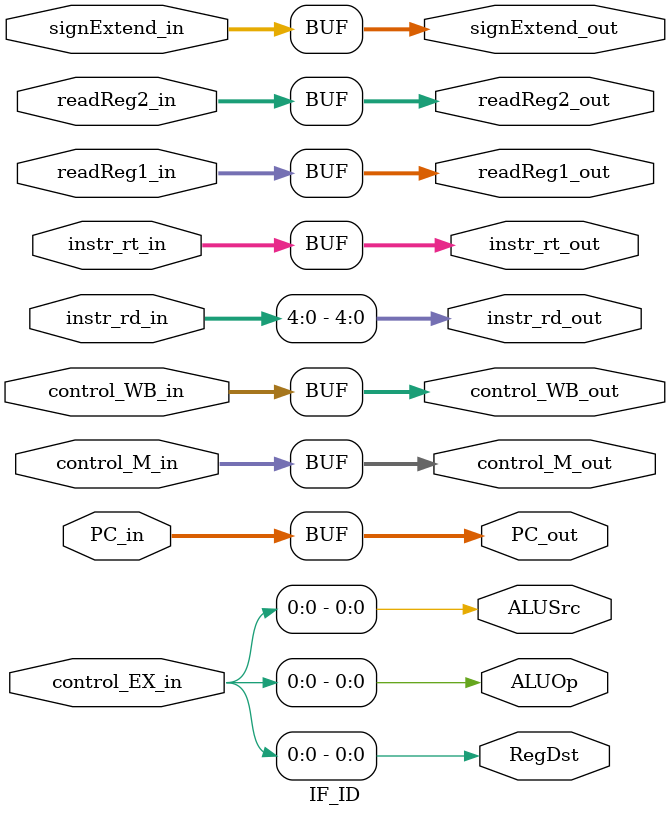
<source format=v>
`timescale 1ns / 1ps


module IF_ID(PC_in, readReg1_in, readReg2_in, signExtend_in, instr_rt_in, instr_rd_in, control_WB_in, control_M_in, control_EX_in, 
             PC_out, readReg1_out, readReg2_out, signExtend_out, instr_rt_out, instr_rd_out, control_WB_out, control_M_out, RegDst,
             ALUOp, ALUSrc); 
  
  input [31:0] PC_in;
  input [4:0] readReg1_in;
  input [4:0] readReg2_in;
  input [31:0] signExtend_in;
  input [4:0] instr_rt_in;
  input [15:0] instr_rd_in;
  input [31:0] control_WB_in;
  input [31:0] control_M_in;
  input [31:0] control_EX_in;  

  
  output [31:0] PC_out;
  output [4:0] readReg1_out;
  output [4:0] readReg2_out;
  output [31:0] signExtend_out;
  output [4:0] instr_rt_out;
  output [4:0] instr_rd_out;
  output [31:0] control_WB_out;
  output [31:0] control_M_out;
  output RegDst;
  output ALUOp;
  output ALUSrc;

  always @(*) begin
    PC_out <= PC_in;
    readReg1_out <= readReg1_in;
    readReg2_out <= readReg2_in;
    signExtend_out <= signExtend_in;
    instr_rt_out <= instr_rt_in;
    instr_rd_out <= instr_rd_in;
    control_WB_out <= control_WB_in;
    control_M_out <= control_M_in;
    RegDst <= control_EX_in; // FIX ME
    ALUOp <= control_EX_in;  // FIX ME
    ALUSrc <= control_EX_in;  // FIX ME
    
  end


endmodule

</source>
